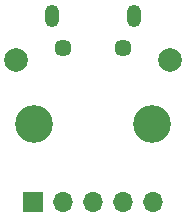
<source format=gbs>
G04 #@! TF.GenerationSoftware,KiCad,Pcbnew,(6.0.4-0)*
G04 #@! TF.CreationDate,2022-10-21T13:57:14+02:00*
G04 #@! TF.ProjectId,SL_MicroUSB-Breakout,534c5f4d-6963-4726-9f55-53422d427265,rev?*
G04 #@! TF.SameCoordinates,Original*
G04 #@! TF.FileFunction,Soldermask,Bot*
G04 #@! TF.FilePolarity,Negative*
%FSLAX46Y46*%
G04 Gerber Fmt 4.6, Leading zero omitted, Abs format (unit mm)*
G04 Created by KiCad (PCBNEW (6.0.4-0)) date 2022-10-21 13:57:14*
%MOMM*%
%LPD*%
G01*
G04 APERTURE LIST*
%ADD10O,1.200000X1.900000*%
%ADD11C,1.450000*%
%ADD12R,1.700000X1.700000*%
%ADD13O,1.700000X1.700000*%
%ADD14C,2.000000*%
%ADD15C,3.200000*%
G04 APERTURE END LIST*
D10*
X148500000Y-95762500D03*
X141500000Y-95762500D03*
D11*
X147500000Y-98462500D03*
X142500000Y-98462500D03*
D12*
X139925000Y-111500000D03*
D13*
X142465000Y-111500000D03*
X145005000Y-111500000D03*
X147545000Y-111500000D03*
X150085000Y-111500000D03*
D14*
X138500000Y-99500000D03*
D15*
X140000000Y-104950000D03*
X150000000Y-104950000D03*
D14*
X151500000Y-99500000D03*
M02*

</source>
